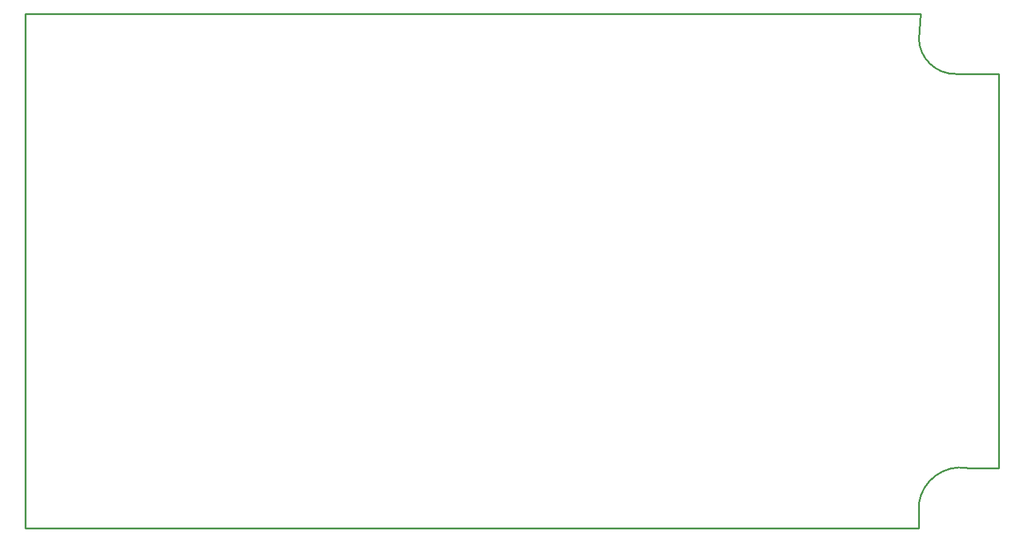
<source format=gm1>
G04 #@! TF.GenerationSoftware,KiCad,Pcbnew,8.0.1*
G04 #@! TF.CreationDate,2024-03-31T00:10:13+01:00*
G04 #@! TF.ProjectId,spider2,73706964-6572-4322-9e6b-696361645f70,rev?*
G04 #@! TF.SameCoordinates,Original*
G04 #@! TF.FileFunction,Profile,NP*
%FSLAX46Y46*%
G04 Gerber Fmt 4.6, Leading zero omitted, Abs format (unit mm)*
G04 Created by KiCad (PCBNEW 8.0.1) date 2024-03-31 00:10:13*
%MOMM*%
%LPD*%
G01*
G04 APERTURE LIST*
G04 #@! TA.AperFunction,Profile*
%ADD10C,0.254000*%
G04 #@! TD*
G04 APERTURE END LIST*
D10*
X268644600Y-39091600D02*
G75*
G02*
X263394600Y-34091600I-125000J5125000D01*
G01*
X263394600Y-103091600D02*
X263394600Y-99591600D01*
X270144600Y-94591600D02*
X274644600Y-94591600D01*
X137644600Y-103091600D02*
X263394600Y-103091600D01*
X274644600Y-94591600D02*
X274644600Y-39091600D01*
X137644600Y-30591600D02*
X263644600Y-30591600D01*
X263394600Y-99591600D02*
G75*
G02*
X270144601Y-94591600I5875000J-875000D01*
G01*
X137644600Y-30591600D02*
X137644600Y-103091600D01*
X263644600Y-30591600D02*
X263394600Y-34091600D01*
X268644600Y-39091600D02*
X274644600Y-39091600D01*
M02*

</source>
